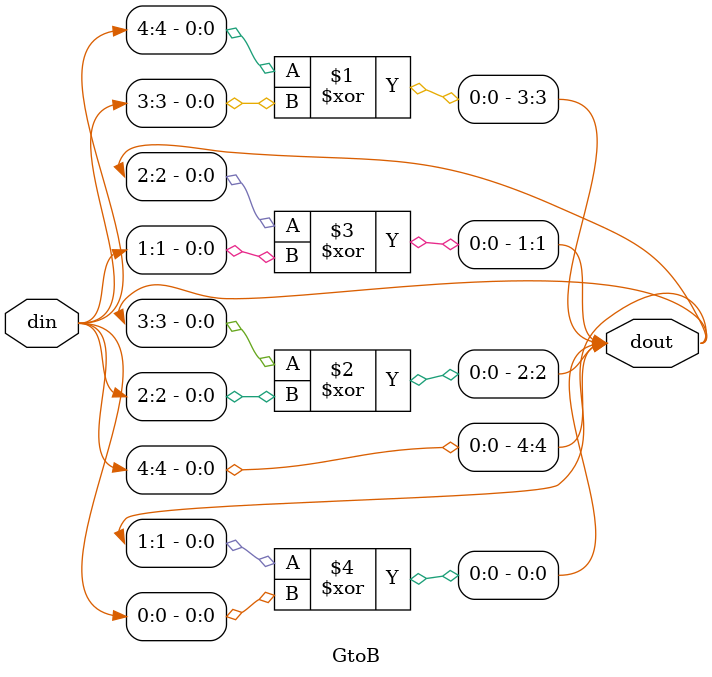
<source format=v>
module GtoB #(parameter WIDTH = 32,
parameter ADDRBITS = 4)
(
    input [ADDRBITS:0] din,
    output [ADDRBITS:0] dout
);

assign dout[4] =din[4];
assign dout[3] = dout[4]^din[3];
assign dout[2] = dout[3]^din[2];
assign dout[1] = dout[2]^din[1];
assign dout[0] = dout[1]^din[0];

endmodule
</source>
